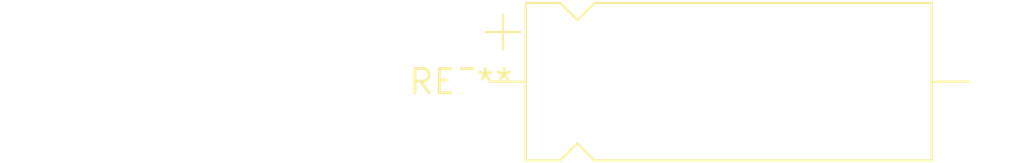
<source format=kicad_pcb>
(kicad_pcb (version 20240108) (generator pcbnew)
  (layers (0 "F.Cu" signal) (31 "B.Cu" signal) (34 "B.Paste" user) (35 "F.Paste" user) (36 "B.SilkS" user "B.Silkscreen") (37 "F.SilkS" user "F.Silkscreen") (38 "B.Mask" user) (39 "F.Mask" user) (44 "Edge.Cuts" user))
  (net 0 "")
  (footprint "CP_Axial_L21.0mm_D8.0mm_P28.00mm_Horizontal" (layer "F.Cu") (at 0 0)
    (property "Reference" "REF**")
    (property "Value" "CP_Axial_L21.0mm_D8.0mm_P28.00mm_Horizontal")
    (fp_line (start 1.28 -2.6) (end 3.08 -2.6) (layer "F.SilkS") (stroke (width 0.12)))
    (fp_line (start 1.44 0) (end 3.38 0) (layer "F.SilkS") (stroke (width 0.12)))
    (fp_line (start 2.18 -3.5) (end 2.18 -1.7) (layer "F.SilkS") (stroke (width 0.12)))
    (fp_line (start 3.38 -4.12) (end 3.38 4.12) (layer "F.SilkS") (stroke (width 0.12)))
    (fp_line (start 3.38 -4.12) (end 5.18 -4.12) (layer "F.SilkS") (stroke (width 0.12)))
    (fp_line (start 3.38 4.12) (end 5.18 4.12) (layer "F.SilkS") (stroke (width 0.12)))
    (fp_line (start 5.18 -4.12) (end 6.08 -3.22) (layer "F.SilkS") (stroke (width 0.12)))
    (fp_line (start 5.18 4.12) (end 6.08 3.22) (layer "F.SilkS") (stroke (width 0.12)))
    (fp_line (start 6.08 -3.22) (end 6.98 -4.12) (layer "F.SilkS") (stroke (width 0.12)))
    (fp_line (start 6.08 3.22) (end 6.98 4.12) (layer "F.SilkS") (stroke (width 0.12)))
    (fp_line (start 6.98 -4.12) (end 24.62 -4.12) (layer "F.SilkS") (stroke (width 0.12)))
    (fp_line (start 6.98 4.12) (end 24.62 4.12) (layer "F.SilkS") (stroke (width 0.12)))
    (fp_line (start 24.62 -4.12) (end 24.62 4.12) (layer "F.SilkS") (stroke (width 0.12)))
    (fp_line (start 26.56 0) (end 24.62 0) (layer "F.SilkS") (stroke (width 0.12)))
    (pad "1" thru_hole rect (at 0 0) (size 2.4 2.4) (drill 1.2) (layers *.Cu *.Mask) (remove_unused_layers))
    (pad "2" thru_hole oval (at 28 0) (size 2.4 2.4) (drill 1.2) (layers *.Cu *.Mask) (remove_unused_layers))
  )
)
</source>
